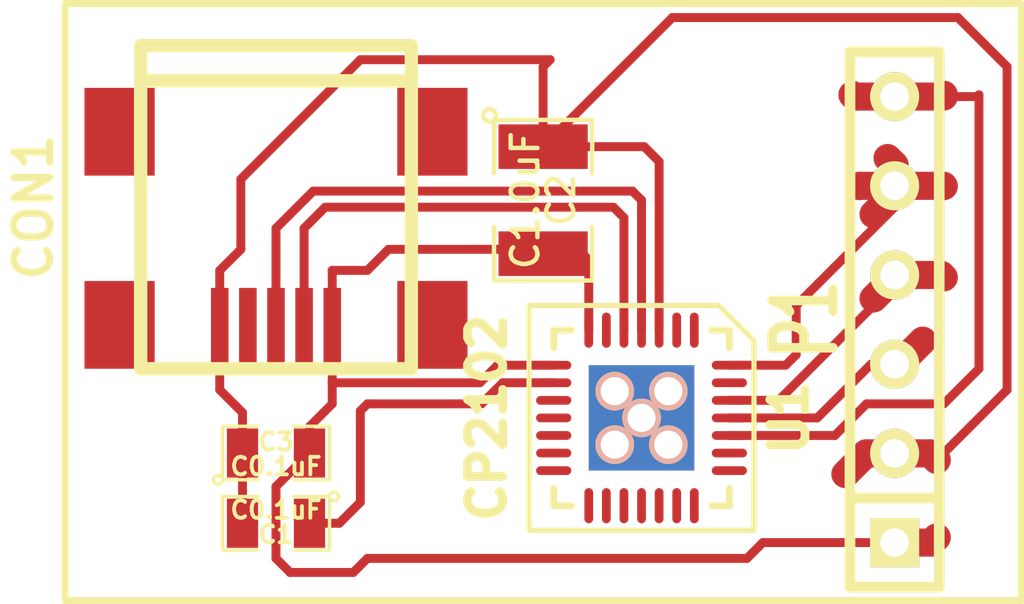
<source format=kicad_pcb>
(kicad_pcb (version 3) (host pcbnew "(2013-may-18)-stable")

  (general
    (links 22)
    (no_connects 5)
    (area 143.28522 120.049956 171.927001 137.176401)
    (thickness 1.6)
    (drawings 5)
    (tracks 108)
    (zones 0)
    (modules 6)
    (nets 11)
  )

  (page A3)
  (layers
    (15 F.Cu signal)
    (0 B.Cu signal)
    (16 B.Adhes user)
    (17 F.Adhes user)
    (18 B.Paste user)
    (19 F.Paste user)
    (20 B.SilkS user)
    (21 F.SilkS user)
    (22 B.Mask user)
    (23 F.Mask user)
    (24 Dwgs.User user)
    (25 Cmts.User user)
    (26 Eco1.User user)
    (27 Eco2.User user)
    (28 Edge.Cuts user)
  )

  (setup
    (last_trace_width 0.254)
    (user_trace_width 0.8)
    (trace_clearance 0.204)
    (zone_clearance 0.508)
    (zone_45_only no)
    (trace_min 0.254)
    (segment_width 0.2)
    (edge_width 0.1)
    (via_size 0.889)
    (via_drill 0.635)
    (via_min_size 0.889)
    (via_min_drill 0.508)
    (uvia_size 0.508)
    (uvia_drill 0.127)
    (uvias_allowed no)
    (uvia_min_size 0.508)
    (uvia_min_drill 0.127)
    (pcb_text_width 0.3)
    (pcb_text_size 1.5 1.5)
    (mod_edge_width 0.15)
    (mod_text_size 1 1)
    (mod_text_width 0.15)
    (pad_size 1.5 1.5)
    (pad_drill 0.6)
    (pad_to_mask_clearance 0)
    (aux_axis_origin 0 0)
    (visible_elements FFFFFFBF)
    (pcbplotparams
      (layerselection 3178497)
      (usegerberextensions true)
      (excludeedgelayer true)
      (linewidth 0.150000)
      (plotframeref false)
      (viasonmask false)
      (mode 1)
      (useauxorigin false)
      (hpglpennumber 1)
      (hpglpenspeed 20)
      (hpglpendiameter 15)
      (hpglpenoverlay 2)
      (psnegative false)
      (psa4output false)
      (plotreference true)
      (plotvalue true)
      (plotothertext true)
      (plotinvisibletext false)
      (padsonsilk false)
      (subtractmaskfromsilk false)
      (outputformat 1)
      (mirror false)
      (drillshape 1)
      (scaleselection 1)
      (outputdirectory ""))
  )

  (net 0 "")
  (net 1 /D)
  (net 2 /D+)
  (net 3 /D-)
  (net 4 /R)
  (net 5 /RX)
  (net 6 /TX)
  (net 7 /VBUS)
  (net 8 /VDD)
  (net 9 GND)
  (net 10 N-0000028)

  (net_class Default "This is the default net class."
    (clearance 0.204)
    (trace_width 0.254)
    (via_dia 0.889)
    (via_drill 0.635)
    (uvia_dia 0.508)
    (uvia_drill 0.127)
    (add_net "")
    (add_net /D)
    (add_net /D+)
    (add_net /D-)
    (add_net /R)
    (add_net /RX)
    (add_net /TX)
    (add_net /VBUS)
    (add_net /VDD)
    (add_net GND)
    (add_net N-0000028)
  )

  (module USB_MINI_B (layer F.Cu) (tedit 505F99F2) (tstamp 52584CC5)
    (at 151 126 270)
    (descr "USB Mini-B 5-pin SMD connector")
    (tags "USB, Mini-B, connector")
    (path /5256FA36)
    (fp_text reference CON1 (at 0 6.90118 270) (layer F.SilkS)
      (effects (font (size 1.016 1.016) (thickness 0.2032)))
    )
    (fp_text value USB-MINI-B (at 0 -7.0993 270) (layer F.SilkS) hide
      (effects (font (size 1.016 1.016) (thickness 0.2032)))
    )
    (fp_line (start -3.59918 -3.85064) (end -3.59918 3.85064) (layer F.SilkS) (width 0.381))
    (fp_line (start -4.59994 -3.85064) (end -4.59994 3.85064) (layer F.SilkS) (width 0.381))
    (fp_line (start -4.59994 3.85064) (end 4.59994 3.85064) (layer F.SilkS) (width 0.381))
    (fp_line (start 4.59994 3.85064) (end 4.59994 -3.85064) (layer F.SilkS) (width 0.381))
    (fp_line (start 4.59994 -3.85064) (end -4.59994 -3.85064) (layer F.SilkS) (width 0.381))
    (pad 1 smd rect (at 3.44932 -1.6002 270) (size 2.30124 0.50038)
      (layers F.Cu F.Paste F.Mask)
      (net 7 /VBUS)
    )
    (pad 2 smd rect (at 3.44932 -0.8001 270) (size 2.30124 0.50038)
      (layers F.Cu F.Paste F.Mask)
      (net 3 /D-)
    )
    (pad 3 smd rect (at 3.44932 0 270) (size 2.30124 0.50038)
      (layers F.Cu F.Paste F.Mask)
      (net 2 /D+)
    )
    (pad 4 smd rect (at 3.44932 0.8001 270) (size 2.30124 0.50038)
      (layers F.Cu F.Paste F.Mask)
    )
    (pad 5 smd rect (at 3.44932 1.6002 270) (size 2.30124 0.50038)
      (layers F.Cu F.Paste F.Mask)
      (net 9 GND)
    )
    (pad 6 smd rect (at 3.35026 -4.45008 270) (size 2.49936 1.99898)
      (layers F.Cu F.Paste F.Mask)
      (net 10 N-0000028)
    )
    (pad 7 smd rect (at -2.14884 -4.45008 270) (size 2.49936 1.99898)
      (layers F.Cu F.Paste F.Mask)
      (net 10 N-0000028)
    )
    (pad 8 smd rect (at 3.35026 4.45008 270) (size 2.49936 1.99898)
      (layers F.Cu F.Paste F.Mask)
      (net 10 N-0000028)
    )
    (pad 9 smd rect (at -2.14884 4.45008 270) (size 2.49936 1.99898)
      (layers F.Cu F.Paste F.Mask)
      (net 10 N-0000028)
    )
    (pad "" np_thru_hole circle (at 0.8509 -2.19964 270) (size 0.89916 0.89916) (drill 0.89916)
      (layers *.Cu *.Mask F.SilkS)
    )
    (pad 2 np_thru_hole circle (at 0.8509 2.19964 270) (size 0.89916 0.89916) (drill 0.89916)
      (layers *.Cu *.Mask F.SilkS)
      (net 3 /D-)
    )
  )

  (module SM0805 (layer F.Cu) (tedit 5091495C) (tstamp 52584CDF)
    (at 151 135 180)
    (path /5256F990)
    (attr smd)
    (fp_text reference C1 (at 0 -0.3175 180) (layer F.SilkS)
      (effects (font (size 0.50038 0.50038) (thickness 0.10922)))
    )
    (fp_text value C0.1uF (at 0 0.381 180) (layer F.SilkS)
      (effects (font (size 0.50038 0.50038) (thickness 0.10922)))
    )
    (fp_circle (center -1.651 0.762) (end -1.651 0.635) (layer F.SilkS) (width 0.09906))
    (fp_line (start -0.508 0.762) (end -1.524 0.762) (layer F.SilkS) (width 0.09906))
    (fp_line (start -1.524 0.762) (end -1.524 -0.762) (layer F.SilkS) (width 0.09906))
    (fp_line (start -1.524 -0.762) (end -0.508 -0.762) (layer F.SilkS) (width 0.09906))
    (fp_line (start 0.508 -0.762) (end 1.524 -0.762) (layer F.SilkS) (width 0.09906))
    (fp_line (start 1.524 -0.762) (end 1.524 0.762) (layer F.SilkS) (width 0.09906))
    (fp_line (start 1.524 0.762) (end 0.508 0.762) (layer F.SilkS) (width 0.09906))
    (pad 1 smd rect (at -0.9525 0 180) (size 0.889 1.397)
      (layers F.Cu F.Paste F.Mask)
      (net 8 /VDD)
    )
    (pad 2 smd rect (at 0.9525 0 180) (size 0.889 1.397)
      (layers F.Cu F.Paste F.Mask)
      (net 9 GND)
    )
    (model smd/chip_cms.wrl
      (at (xyz 0 0 0))
      (scale (xyz 0.1 0.1 0.1))
      (rotate (xyz 0 0 0))
    )
  )

  (module SM0805 (layer F.Cu) (tedit 5091495C) (tstamp 52584CEC)
    (at 151 133)
    (path /52584CC4)
    (attr smd)
    (fp_text reference C3 (at 0 -0.3175) (layer F.SilkS)
      (effects (font (size 0.50038 0.50038) (thickness 0.10922)))
    )
    (fp_text value C0.1uF (at 0 0.381) (layer F.SilkS)
      (effects (font (size 0.50038 0.50038) (thickness 0.10922)))
    )
    (fp_circle (center -1.651 0.762) (end -1.651 0.635) (layer F.SilkS) (width 0.09906))
    (fp_line (start -0.508 0.762) (end -1.524 0.762) (layer F.SilkS) (width 0.09906))
    (fp_line (start -1.524 0.762) (end -1.524 -0.762) (layer F.SilkS) (width 0.09906))
    (fp_line (start -1.524 -0.762) (end -0.508 -0.762) (layer F.SilkS) (width 0.09906))
    (fp_line (start 0.508 -0.762) (end 1.524 -0.762) (layer F.SilkS) (width 0.09906))
    (fp_line (start 1.524 -0.762) (end 1.524 0.762) (layer F.SilkS) (width 0.09906))
    (fp_line (start 1.524 0.762) (end 0.508 0.762) (layer F.SilkS) (width 0.09906))
    (pad 1 smd rect (at -0.9525 0) (size 0.889 1.397)
      (layers F.Cu F.Paste F.Mask)
      (net 9 GND)
    )
    (pad 2 smd rect (at 0.9525 0) (size 0.889 1.397)
      (layers F.Cu F.Paste F.Mask)
      (net 7 /VBUS)
    )
    (model smd/chip_cms.wrl
      (at (xyz 0 0 0))
      (scale (xyz 0.1 0.1 0.1))
      (rotate (xyz 0 0 0))
    )
  )

  (module SIL-6 (layer F.Cu) (tedit 200000) (tstamp 52584CFB)
    (at 168.6 129.2 90)
    (descr "Connecteur 6 pins")
    (tags "CONN DEV")
    (path /5256FCCF)
    (fp_text reference P1 (at 0 -2.54 90) (layer F.SilkS)
      (effects (font (size 1.72974 1.08712) (thickness 0.3048)))
    )
    (fp_text value CONN_6 (at 0 -2.54 90) (layer F.SilkS) hide
      (effects (font (size 1.524 1.016) (thickness 0.3048)))
    )
    (fp_line (start -7.62 1.27) (end -7.62 -1.27) (layer F.SilkS) (width 0.3048))
    (fp_line (start -7.62 -1.27) (end 7.62 -1.27) (layer F.SilkS) (width 0.3048))
    (fp_line (start 7.62 -1.27) (end 7.62 1.27) (layer F.SilkS) (width 0.3048))
    (fp_line (start 7.62 1.27) (end -7.62 1.27) (layer F.SilkS) (width 0.3048))
    (fp_line (start -5.08 1.27) (end -5.08 -1.27) (layer F.SilkS) (width 0.3048))
    (pad 1 thru_hole rect (at -6.35 0 90) (size 1.397 1.397) (drill 0.8128)
      (layers *.Cu *.Mask F.SilkS)
      (net 7 /VBUS)
    )
    (pad 2 thru_hole circle (at -3.81 0 90) (size 1.397 1.397) (drill 0.8128)
      (layers *.Cu *.Mask F.SilkS)
      (net 9 GND)
    )
    (pad 3 thru_hole circle (at -1.27 0 90) (size 1.397 1.397) (drill 0.8128)
      (layers *.Cu *.Mask F.SilkS)
      (net 5 /RX)
    )
    (pad 4 thru_hole circle (at 1.27 0 90) (size 1.397 1.397) (drill 0.8128)
      (layers *.Cu *.Mask F.SilkS)
      (net 6 /TX)
    )
    (pad 5 thru_hole circle (at 3.81 0 90) (size 1.397 1.397) (drill 0.8128)
      (layers *.Cu *.Mask F.SilkS)
      (net 1 /D)
    )
    (pad 6 thru_hole circle (at 6.35 0 90) (size 1.397 1.397) (drill 0.8128)
      (layers *.Cu *.Mask F.SilkS)
      (net 4 /R)
    )
  )

  (module QFN28 (layer F.Cu) (tedit 4843D034) (tstamp 52584D2E)
    (at 161.4 132 270)
    (path /5256F8C6)
    (fp_text reference U1 (at 0 -4.20116 270) (layer F.SilkS)
      (effects (font (size 1.00076 1.00076) (thickness 0.3048)))
    )
    (fp_text value CP2102 (at 0 4.39928 270) (layer F.SilkS)
      (effects (font (size 1.00076 1.00076) (thickness 0.3048)))
    )
    (fp_line (start -3.2004 3.2004) (end 3.2004 3.2004) (layer F.SilkS) (width 0.14986))
    (fp_line (start 3.2004 3.2004) (end 3.2004 -3.2004) (layer F.SilkS) (width 0.14986))
    (fp_line (start 3.2004 -3.2004) (end -2.19964 -3.2004) (layer F.SilkS) (width 0.14986))
    (fp_line (start -2.19964 -3.2004) (end -3.2004 -2.19964) (layer F.SilkS) (width 0.14986))
    (fp_line (start -3.2004 -2.19964) (end -3.2004 3.2004) (layer F.SilkS) (width 0.14986))
    (fp_line (start -1.99898 -2.49936) (end -2.49936 -2.49936) (layer F.SilkS) (width 0.20066))
    (fp_line (start -2.49936 -2.49936) (end -2.49936 -1.99898) (layer F.SilkS) (width 0.20066))
    (fp_line (start 2.49936 -1.99898) (end 2.49936 -2.49936) (layer F.SilkS) (width 0.20066))
    (fp_line (start 2.49936 -2.49936) (end 1.99898 -2.49936) (layer F.SilkS) (width 0.20066))
    (fp_line (start 1.99898 2.49936) (end 2.49936 2.49936) (layer F.SilkS) (width 0.20066))
    (fp_line (start 2.49936 2.49936) (end 2.49936 1.99898) (layer F.SilkS) (width 0.20066))
    (fp_line (start -2.49936 1.99898) (end -2.49936 2.49936) (layer F.SilkS) (width 0.20066))
    (fp_line (start -2.49936 2.49936) (end -1.99898 2.49936) (layer F.SilkS) (width 0.20066))
    (pad 1 smd oval (at -2.49936 -1.50114 270) (size 1.00076 0.24892)
      (layers F.Cu F.Paste F.Mask)
    )
    (pad 2 smd oval (at -2.49936 -1.00076 270) (size 1.00076 0.24892)
      (layers F.Cu F.Paste F.Mask)
    )
    (pad 3 smd oval (at -2.49936 -0.50038 270) (size 1.00076 0.24892)
      (layers F.Cu F.Paste F.Mask)
      (net 9 GND)
    )
    (pad 4 smd oval (at -2.49936 0 270) (size 1.00076 0.24892)
      (layers F.Cu F.Paste F.Mask)
      (net 2 /D+)
    )
    (pad 5 smd oval (at -2.49936 0.50038 270) (size 1.00076 0.24892)
      (layers F.Cu F.Paste F.Mask)
      (net 3 /D-)
    )
    (pad 6 smd oval (at -2.49936 1.00076 270) (size 1.00076 0.24892)
      (layers F.Cu F.Paste F.Mask)
      (net 8 /VDD)
    )
    (pad 7 smd oval (at -2.49936 1.50114 270) (size 1.00076 0.24892)
      (layers F.Cu F.Paste F.Mask)
      (net 7 /VBUS)
    )
    (pad 8 smd oval (at -1.50114 2.49936) (size 1.00076 0.24892)
      (layers F.Cu F.Paste F.Mask)
      (net 7 /VBUS)
    )
    (pad 9 smd oval (at -1.00076 2.49936) (size 1.00076 0.24892)
      (layers F.Cu F.Paste F.Mask)
      (net 8 /VDD)
    )
    (pad 10 smd oval (at -0.50038 2.49936) (size 1.00076 0.24892)
      (layers F.Cu F.Paste F.Mask)
    )
    (pad 11 smd oval (at 0 2.49936) (size 1.00076 0.24892)
      (layers F.Cu F.Paste F.Mask)
    )
    (pad 12 smd oval (at 0.50038 2.49936) (size 1.00076 0.24892)
      (layers F.Cu F.Paste F.Mask)
    )
    (pad 13 smd oval (at 1.00076 2.49936) (size 1.00076 0.24892)
      (layers F.Cu F.Paste F.Mask)
    )
    (pad 14 smd oval (at 1.50114 2.49936) (size 1.00076 0.24892)
      (layers F.Cu F.Paste F.Mask)
    )
    (pad 15 smd oval (at 2.49936 1.50114 90) (size 1.00076 0.24892)
      (layers F.Cu F.Paste F.Mask)
    )
    (pad 16 smd oval (at 2.49936 1.00076 90) (size 1.00076 0.24892)
      (layers F.Cu F.Paste F.Mask)
    )
    (pad 17 smd oval (at 2.49936 0.50038 90) (size 1.00076 0.24892)
      (layers F.Cu F.Paste F.Mask)
    )
    (pad 18 smd oval (at 2.49936 0 90) (size 1.00076 0.24892)
      (layers F.Cu F.Paste F.Mask)
    )
    (pad 19 smd oval (at 2.49936 -0.50038 90) (size 1.00076 0.24892)
      (layers F.Cu F.Paste F.Mask)
    )
    (pad 20 smd oval (at 2.49936 -1.00076 90) (size 1.00076 0.24892)
      (layers F.Cu F.Paste F.Mask)
    )
    (pad 21 smd oval (at 2.49936 -1.50114 90) (size 1.00076 0.24892)
      (layers F.Cu F.Paste F.Mask)
    )
    (pad 22 smd oval (at 1.50114 -2.49936 180) (size 1.00076 0.24892)
      (layers F.Cu F.Paste F.Mask)
    )
    (pad 23 smd oval (at 1.00076 -2.49936 180) (size 1.00076 0.24892)
      (layers F.Cu F.Paste F.Mask)
    )
    (pad 24 smd oval (at 0.50038 -2.49936 180) (size 1.00076 0.24892)
      (layers F.Cu F.Paste F.Mask)
      (net 4 /R)
    )
    (pad 25 smd oval (at 0 -2.49936 180) (size 1.00076 0.24892)
      (layers F.Cu F.Paste F.Mask)
      (net 5 /RX)
    )
    (pad 26 smd oval (at -0.50038 -2.49936 180) (size 1.00076 0.24892)
      (layers F.Cu F.Paste F.Mask)
      (net 6 /TX)
    )
    (pad 27 smd oval (at -1.00076 -2.49936 180) (size 1.00076 0.24892)
      (layers F.Cu F.Paste F.Mask)
    )
    (pad 28 smd oval (at -1.50114 -2.49936 180) (size 1.00076 0.24892)
      (layers F.Cu F.Paste F.Mask)
      (net 1 /D)
    )
    (pad "" smd rect (at 0 0 180) (size 2.99974 2.99974)
      (layers *.Cu F.Paste F.Mask)
    )
    (pad "" np_thru_hole circle (at 0.762 0.762 180) (size 1.09982 1.09982) (drill 0.8001)
      (layers *.Cu *.SilkS *.Mask)
    )
    (pad "" np_thru_hole circle (at 0 0 180) (size 1.09982 1.09982) (drill 0.8001)
      (layers *.Cu *.SilkS *.Mask)
    )
    (pad "" np_thru_hole circle (at -0.762 -0.762 180) (size 1.09982 1.09982) (drill 0.8001)
      (layers *.Cu *.SilkS *.Mask)
    )
    (pad "" np_thru_hole circle (at -0.762 0.762 180) (size 1.09982 1.09982) (drill 0.8001)
      (layers *.Cu *.SilkS *.Mask)
    )
    (pad "" np_thru_hole circle (at 0.762 -0.762 180) (size 1.09982 1.09982) (drill 0.8001)
      (layers *.Cu *.SilkS *.Mask)
    )
    (model smd/qfn28.wrl
      (at (xyz 0 0 0))
      (scale (xyz 1 1 1))
      (rotate (xyz 0 0 0))
    )
  )

  (module SM1210 (layer F.Cu) (tedit 42806E94) (tstamp 52584CD2)
    (at 158.6 125.8 270)
    (tags "CMS SM")
    (path /52584C01)
    (attr smd)
    (fp_text reference C2 (at 0 -0.508 270) (layer F.SilkS)
      (effects (font (size 0.762 0.762) (thickness 0.127)))
    )
    (fp_text value C1.0uF (at 0 0.508 270) (layer F.SilkS)
      (effects (font (size 0.762 0.762) (thickness 0.127)))
    )
    (fp_circle (center -2.413 1.524) (end -2.286 1.397) (layer F.SilkS) (width 0.127))
    (fp_line (start -0.762 -1.397) (end -2.286 -1.397) (layer F.SilkS) (width 0.127))
    (fp_line (start -2.286 -1.397) (end -2.286 1.397) (layer F.SilkS) (width 0.127))
    (fp_line (start -2.286 1.397) (end -0.762 1.397) (layer F.SilkS) (width 0.127))
    (fp_line (start 0.762 1.397) (end 2.286 1.397) (layer F.SilkS) (width 0.127))
    (fp_line (start 2.286 1.397) (end 2.286 -1.397) (layer F.SilkS) (width 0.127))
    (fp_line (start 2.286 -1.397) (end 0.762 -1.397) (layer F.SilkS) (width 0.127))
    (pad 1 smd rect (at -1.524 0 270) (size 1.27 2.54)
      (layers F.Cu F.Paste F.Mask)
      (net 9 GND)
    )
    (pad 2 smd rect (at 1.524 0 270) (size 1.27 2.54)
      (layers F.Cu F.Paste F.Mask)
      (net 7 /VBUS)
    )
    (model smd/chip_cms.wrl
      (at (xyz 0 0 0))
      (scale (xyz 0.17 0.2 0.17))
      (rotate (xyz 0 0 0))
    )
  )

  (gr_line (start 145 120.2) (end 145.2 120.2) (angle 90) (layer F.SilkS) (width 0.2))
  (gr_line (start 145 137.2) (end 145 120.2) (angle 90) (layer F.SilkS) (width 0.2))
  (gr_line (start 172.2 137.2) (end 145 137.2) (angle 90) (layer F.SilkS) (width 0.2))
  (gr_line (start 172.2 120.2) (end 172.2 137.2) (angle 90) (layer F.SilkS) (width 0.2))
  (gr_line (start 145.2 120.2) (end 172.2 120.2) (angle 90) (layer F.SilkS) (width 0.2))

  (segment (start 168.6 125.39) (end 168.6 124.8) (width 0.8) (layer F.Cu) (net 1) (status C00000))
  (segment (start 168.6 124.8) (end 168.4 124.6) (width 0.8) (layer F.Cu) (net 1) (tstamp 52585477) (status 400000))
  (segment (start 168.6 125.39) (end 167.61 125.39) (width 0.8) (layer F.Cu) (net 1) (status 400000))
  (segment (start 167.61 125.39) (end 167.6 125.4) (width 0.8) (layer F.Cu) (net 1) (tstamp 52585475))
  (segment (start 168.6 125.39) (end 169.99 125.39) (width 0.8) (layer F.Cu) (net 1) (status 400000))
  (segment (start 169.99 125.39) (end 170 125.4) (width 0.8) (layer F.Cu) (net 1) (tstamp 52585473))
  (segment (start 168.6 125.39) (end 168.6 125.6) (width 0.8) (layer F.Cu) (net 1) (status C00000))
  (segment (start 168.6 125.6) (end 168 126.2) (width 0.8) (layer F.Cu) (net 1) (tstamp 52585462) (status 400000))
  (segment (start 168.6 125.39) (end 168.6 126) (width 0.254) (layer F.Cu) (net 1) (status C00000))
  (segment (start 165.50114 130.49886) (end 163.89936 130.49886) (width 0.254) (layer F.Cu) (net 1) (tstamp 525853C3) (status 800000))
  (segment (start 165.8 130.2) (end 165.50114 130.49886) (width 0.254) (layer F.Cu) (net 1) (tstamp 525853C1))
  (segment (start 165.8 128.8) (end 165.8 130.2) (width 0.254) (layer F.Cu) (net 1) (tstamp 525853C0))
  (segment (start 168.6 126) (end 165.8 128.8) (width 0.254) (layer F.Cu) (net 1) (tstamp 525853BE) (status 400000))
  (segment (start 161.4 129.50064) (end 161.4 125.8) (width 0.254) (layer F.Cu) (net 2))
  (segment (start 151 126.6) (end 151 129.44932) (width 0.254) (layer F.Cu) (net 2) (tstamp 52585297))
  (segment (start 152.058002 125.541998) (end 151 126.6) (width 0.254) (layer F.Cu) (net 2) (tstamp 52585295))
  (segment (start 161.141998 125.541998) (end 152.058002 125.541998) (width 0.254) (layer F.Cu) (net 2) (tstamp 52585293))
  (segment (start 161.4 125.8) (end 161.141998 125.541998) (width 0.254) (layer F.Cu) (net 2) (tstamp 52585292))
  (segment (start 151.8001 129.44932) (end 151.8001 126.5999) (width 0.254) (layer F.Cu) (net 3))
  (segment (start 160.89962 126.29962) (end 160.89962 129.50064) (width 0.254) (layer F.Cu) (net 3) (tstamp 52585288))
  (segment (start 160.6 126) (end 160.89962 126.29962) (width 0.254) (layer F.Cu) (net 3) (tstamp 52585287))
  (segment (start 152.4 126) (end 160.6 126) (width 0.254) (layer F.Cu) (net 3) (tstamp 52585286))
  (segment (start 151.8001 126.5999) (end 152.4 126) (width 0.254) (layer F.Cu) (net 3) (tstamp 52585284))
  (segment (start 168.6 122.85) (end 169.95 122.85) (width 0.8) (layer F.Cu) (net 4) (status 400000))
  (segment (start 170 122.8) (end 170 122.85) (width 0.8) (layer F.Cu) (net 4) (tstamp 5258547A))
  (segment (start 169.95 122.85) (end 170 122.8) (width 0.8) (layer F.Cu) (net 4) (tstamp 52585479))
  (segment (start 168.6 122.85) (end 167.45 122.85) (width 0.8) (layer F.Cu) (net 4) (status 400000))
  (segment (start 167.45 122.85) (end 167.4 122.8) (width 0.8) (layer F.Cu) (net 4) (tstamp 5258545E))
  (segment (start 163.89936 132.50038) (end 166.89962 132.50038) (width 0.254) (layer F.Cu) (net 4) (status 400000))
  (segment (start 170.95 122.85) (end 170 122.85) (width 0.254) (layer F.Cu) (net 4) (tstamp 525853BB))
  (segment (start 171 122.8) (end 170.95 122.85) (width 0.254) (layer F.Cu) (net 4) (tstamp 525853BA))
  (segment (start 171 130.6) (end 171 122.8) (width 0.254) (layer F.Cu) (net 4) (tstamp 525853B7))
  (segment (start 170 131.6) (end 171 130.6) (width 0.254) (layer F.Cu) (net 4) (tstamp 525853B5))
  (segment (start 167.8 131.6) (end 170 131.6) (width 0.254) (layer F.Cu) (net 4) (tstamp 525853B3))
  (segment (start 166.89962 132.50038) (end 167.8 131.6) (width 0.254) (layer F.Cu) (net 4) (tstamp 525853AC))
  (segment (start 170 122.85) (end 168.6 122.85) (width 0.254) (layer F.Cu) (net 4) (tstamp 5258547B) (status 800000))
  (segment (start 168.6 130.47) (end 168.73 130.47) (width 0.8) (layer F.Cu) (net 5) (status C00000))
  (segment (start 168.73 130.47) (end 169.4 129.8) (width 0.8) (layer F.Cu) (net 5) (tstamp 52585466) (status 400000))
  (segment (start 168.6 130.47) (end 167.93 130.47) (width 0.254) (layer F.Cu) (net 5) (status C00000))
  (segment (start 166.4 132) (end 163.89936 132) (width 0.254) (layer F.Cu) (net 5) (tstamp 525853A5) (status 800000))
  (segment (start 167.93 130.47) (end 166.4 132) (width 0.254) (layer F.Cu) (net 5) (tstamp 525853A4) (status 400000))
  (segment (start 168.6 127.93) (end 169.93 127.93) (width 0.8) (layer F.Cu) (net 6) (status 400000))
  (segment (start 169.93 127.93) (end 170 128) (width 0.8) (layer F.Cu) (net 6) (tstamp 52585470))
  (segment (start 168.6 127.93) (end 168.6 128) (width 0.8) (layer F.Cu) (net 6) (status C00000))
  (segment (start 168.6 128) (end 168 128.6) (width 0.8) (layer F.Cu) (net 6) (tstamp 52585464) (status 400000))
  (segment (start 163.89936 131.49962) (end 165.30038 131.49962) (width 0.254) (layer F.Cu) (net 6) (status 400000))
  (segment (start 168.6 128.2) (end 168.6 127.93) (width 0.254) (layer F.Cu) (net 6) (tstamp 525853AA) (status C00000))
  (segment (start 165.30038 131.49962) (end 168.6 128.2) (width 0.254) (layer F.Cu) (net 6) (tstamp 525853A9) (status 800000))
  (segment (start 168.6 135.55) (end 164.85 135.55) (width 0.254) (layer F.Cu) (net 7) (status 400000))
  (segment (start 151 133.9525) (end 151.9525 133) (width 0.254) (layer F.Cu) (net 7) (tstamp 5258549F) (status 800000))
  (segment (start 151 136) (end 151 133.9525) (width 0.254) (layer F.Cu) (net 7) (tstamp 5258549E))
  (segment (start 151.4 136.4) (end 151 136) (width 0.254) (layer F.Cu) (net 7) (tstamp 5258549D))
  (segment (start 153.2 136.4) (end 151.4 136.4) (width 0.254) (layer F.Cu) (net 7) (tstamp 5258549C))
  (segment (start 153.6 136) (end 153.2 136.4) (width 0.254) (layer F.Cu) (net 7) (tstamp 5258549A))
  (segment (start 164.4 136) (end 153.6 136) (width 0.254) (layer F.Cu) (net 7) (tstamp 52585497))
  (segment (start 164.85 135.55) (end 164.4 136) (width 0.254) (layer F.Cu) (net 7) (tstamp 52585495))
  (segment (start 168.6 135.55) (end 169.65 135.55) (width 0.8) (layer F.Cu) (net 7) (status 400000))
  (segment (start 169.65 135.55) (end 169.8 135.4) (width 0.8) (layer F.Cu) (net 7) (tstamp 5258547F))
  (segment (start 156.4 127.2) (end 158.476 127.2) (width 0.254) (layer F.Cu) (net 7))
  (segment (start 158.476 127.2) (end 158.6 127.324) (width 0.254) (layer F.Cu) (net 7) (tstamp 5258538A))
  (segment (start 158.90064 130.49886) (end 157.30114 130.49886) (width 0.254) (layer F.Cu) (net 7))
  (segment (start 156.8 131) (end 152.6 131) (width 0.254) (layer F.Cu) (net 7) (tstamp 52585325))
  (segment (start 157.30114 130.49886) (end 156.8 131) (width 0.254) (layer F.Cu) (net 7) (tstamp 52585323))
  (segment (start 151.9525 133) (end 151.9525 132.2475) (width 0.254) (layer F.Cu) (net 7))
  (segment (start 151.9525 132.2475) (end 152.6 131.6) (width 0.254) (layer F.Cu) (net 7) (tstamp 525852FA))
  (segment (start 152.6 131.6) (end 152.6 131) (width 0.254) (layer F.Cu) (net 7) (tstamp 525852FB))
  (segment (start 152.6 131) (end 152.6002 131) (width 0.254) (layer F.Cu) (net 7) (tstamp 525852FC))
  (segment (start 152.6002 131) (end 152.6002 129.44932) (width 0.254) (layer F.Cu) (net 7) (tstamp 525852FD))
  (segment (start 159.89886 129.50064) (end 159.89886 127.49886) (width 0.254) (layer F.Cu) (net 7))
  (segment (start 159.6 127.2) (end 158 127.2) (width 0.254) (layer F.Cu) (net 7) (tstamp 52585258))
  (segment (start 159.89886 127.49886) (end 159.6 127.2) (width 0.254) (layer F.Cu) (net 7) (tstamp 52585257))
  (segment (start 152.6002 127.8002) (end 152.6002 129.44932) (width 0.254) (layer F.Cu) (net 7) (tstamp 5258525C))
  (segment (start 152.6 127.8) (end 152.6002 127.8002) (width 0.254) (layer F.Cu) (net 7) (tstamp 5258525B))
  (segment (start 153.6 127.8) (end 152.6 127.8) (width 0.254) (layer F.Cu) (net 7) (tstamp 5258525A))
  (segment (start 154.2 127.2) (end 153.6 127.8) (width 0.254) (layer F.Cu) (net 7) (tstamp 52585259))
  (segment (start 158 127.2) (end 156.4 127.2) (width 0.254) (layer F.Cu) (net 7) (tstamp 525852B3))
  (segment (start 156.4 127.2) (end 154.2 127.2) (width 0.254) (layer F.Cu) (net 7) (tstamp 52585388))
  (segment (start 158.90064 130.99924) (end 157.448472 130.99924) (width 0.254) (layer F.Cu) (net 8))
  (segment (start 152.8 135) (end 151.9525 135) (width 0.254) (layer F.Cu) (net 8) (tstamp 52585335))
  (segment (start 153.4 134.4) (end 152.8 135) (width 0.254) (layer F.Cu) (net 8) (tstamp 52585334))
  (segment (start 153.4 131.8) (end 153.4 134.4) (width 0.254) (layer F.Cu) (net 8) (tstamp 52585333))
  (segment (start 153.6 131.6) (end 153.4 131.8) (width 0.254) (layer F.Cu) (net 8) (tstamp 52585331))
  (segment (start 156.847712 131.6) (end 153.6 131.6) (width 0.254) (layer F.Cu) (net 8) (tstamp 5258532E))
  (segment (start 157.448472 130.99924) (end 156.847712 131.6) (width 0.254) (layer F.Cu) (net 8) (tstamp 5258532C))
  (segment (start 168.6 133.01) (end 167.79 133.01) (width 0.8) (layer F.Cu) (net 9) (status 400000))
  (segment (start 167.79 133.01) (end 167.2 133.6) (width 0.8) (layer F.Cu) (net 9) (tstamp 5258547D))
  (segment (start 168.6 133.01) (end 169.61 133.01) (width 0.8) (layer F.Cu) (net 9) (status 400000))
  (segment (start 169.61 133.01) (end 169.8 133.2) (width 0.8) (layer F.Cu) (net 9) (tstamp 52585469))
  (segment (start 149.3998 129.44932) (end 149.3998 127.8002) (width 0.254) (layer F.Cu) (net 9) (status 400000))
  (segment (start 158.6 122) (end 158.6 124.276) (width 0.254) (layer F.Cu) (net 9) (tstamp 525853FE) (status 800000))
  (segment (start 158.8 121.8) (end 158.6 122) (width 0.254) (layer F.Cu) (net 9) (tstamp 525853FD))
  (segment (start 153.4 121.8) (end 158.8 121.8) (width 0.254) (layer F.Cu) (net 9) (tstamp 525853FC))
  (segment (start 150 125.2) (end 153.4 121.8) (width 0.254) (layer F.Cu) (net 9) (tstamp 525853FA))
  (segment (start 150 127.2) (end 150 125.2) (width 0.254) (layer F.Cu) (net 9) (tstamp 525853F8))
  (segment (start 149.3998 127.8002) (end 150 127.2) (width 0.254) (layer F.Cu) (net 9) (tstamp 525853F7))
  (segment (start 168.6 133.01) (end 169.99 133.01) (width 0.254) (layer F.Cu) (net 9) (status 400000))
  (segment (start 169.99 133.01) (end 171.8 131.2) (width 0.254) (layer F.Cu) (net 9) (tstamp 525853EA))
  (segment (start 171.8 131.2) (end 171.8 122) (width 0.254) (layer F.Cu) (net 9) (tstamp 525853EE))
  (segment (start 171.8 122) (end 170.4 120.6) (width 0.254) (layer F.Cu) (net 9) (tstamp 525853F0))
  (segment (start 170.4 120.6) (end 162.276 120.6) (width 0.254) (layer F.Cu) (net 9) (tstamp 525853F2))
  (segment (start 162.276 120.6) (end 158.6 124.276) (width 0.254) (layer F.Cu) (net 9) (tstamp 525853F4) (status 800000))
  (segment (start 161.90038 129.50064) (end 161.90038 124.70038) (width 0.254) (layer F.Cu) (net 9) (status 400000))
  (segment (start 161.90038 124.70038) (end 161.476 124.276) (width 0.254) (layer F.Cu) (net 9) (tstamp 525853CC))
  (segment (start 161.476 124.276) (end 158.6 124.276) (width 0.254) (layer F.Cu) (net 9) (tstamp 525853CD) (status 800000))
  (segment (start 150.0475 133) (end 150.0475 135) (width 0.254) (layer F.Cu) (net 9))
  (segment (start 150.0475 133) (end 150.0475 131.8475) (width 0.254) (layer F.Cu) (net 9))
  (segment (start 149.3998 131.1998) (end 149.3998 129.44932) (width 0.254) (layer F.Cu) (net 9) (tstamp 525852F8))
  (segment (start 150.0475 131.8475) (end 149.3998 131.1998) (width 0.254) (layer F.Cu) (net 9) (tstamp 525852F7))

)

</source>
